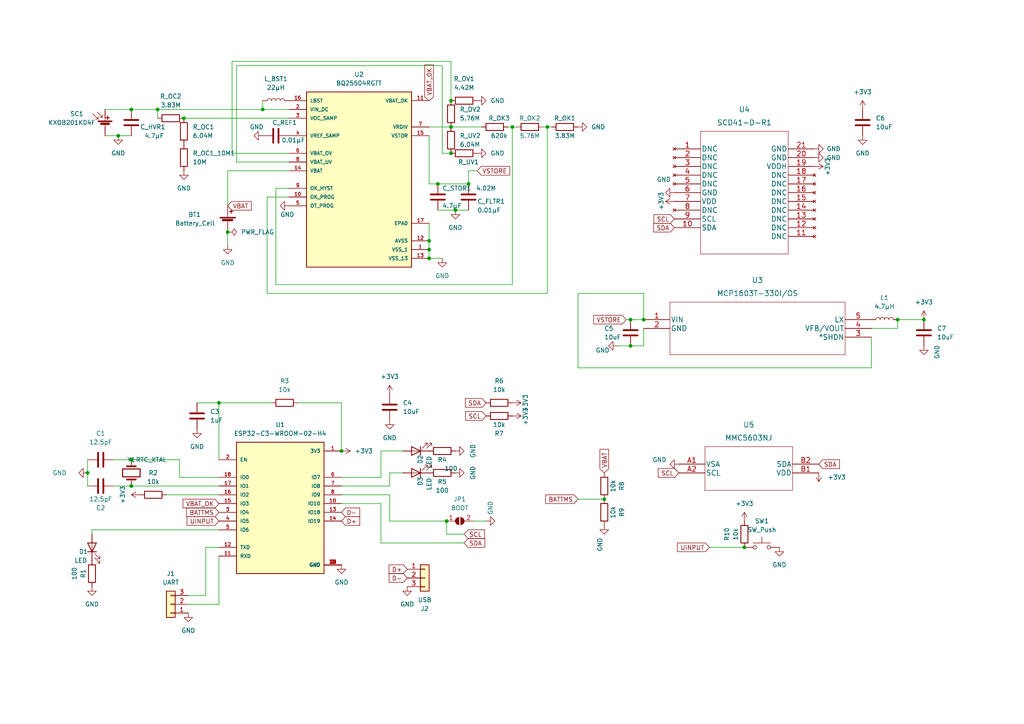
<source format=kicad_sch>
(kicad_sch (version 20211123) (generator eeschema)
  (paper "A4")
  (lib_symbols
    (symbol "Connector_Generic:Conn_01x03" (pin_names (offset 1.016) hide)
      (property "Reference" "J" (at 0 5.08 0))
      (property "Value" "Conn_01x03" (at 0 -5.08 0))
      (symbol "Conn_01x03_1_1"
        (rectangle (start -1.27 -2.413) (end 0 -2.667) (stroke (width 0.1524)))
        (rectangle (start -1.27 0.127) (end 0 -0.127) (stroke (width 0.1524)))
        (rectangle (start -1.27 2.667) (end 0 2.413) (stroke (width 0.1524)))
        (rectangle (start -1.27 3.81) (end 1.27 -3.81) (stroke (width 0.254)) (fill (type background)))
        (pin passive line (at -5.08 2.54 0) (length 3.81) (name "Pin_1") (number "1"))
        (pin passive line (at -5.08 0 0) (length 3.81) (name "Pin_2") (number "2"))
        (pin passive line (at -5.08 -2.54 0) (length 3.81) (name "Pin_3") (number "3"))
      )
    )
    (symbol "Device:Battery_Cell" (pin_numbers hide) (pin_names (offset 0) hide)
      (property "Reference" "BT" (at 2.54 2.54 0))
      (property "Value" "Battery_Cell" (at 2.54 0 0))
      (symbol "Battery_Cell_0_1"
        (rectangle (start -2.286 1.778) (end 2.286 1.524) (fill (type outline)))
        (rectangle (start -1.5748 1.1938) (end 1.4732 0.6858) (fill (type outline)))
        (polyline (pts (xy 0 0.762) (xy 0 0)))
        (polyline (pts (xy 0 1.778) (xy 0 2.54)))
        (polyline (pts (xy 0.508 3.429) (xy 1.524 3.429)) (stroke (width 0.254)))
        (polyline (pts (xy 1.016 3.937) (xy 1.016 2.921)) (stroke (width 0.254)))
      )
      (symbol "Battery_Cell_1_1"
        (pin passive line (at 0 5.08 270) (length 2.54) (name "+") (number "1"))
        (pin passive line (at 0 -2.54 90) (length 2.54) (name "-") (number "2"))
      )
    )
    (symbol "Device:C" (pin_numbers hide) (pin_names (offset 0.254))
      (property "Reference" "C" (at 0.635 2.54 0))
      (property "Value" "C" (at 0.635 -2.54 0))
      (symbol "C_0_1"
        (polyline (pts (xy -2.032 -0.762) (xy 2.032 -0.762)) (stroke (width 0.508)))
        (polyline (pts (xy -2.032 0.762) (xy 2.032 0.762)) (stroke (width 0.508)))
      )
      (symbol "C_1_1"
        (pin passive line (at 0 3.81 270) (length 2.794) (name "~") (number "1"))
        (pin passive line (at 0 -3.81 90) (length 2.794) (name "~") (number "2"))
      )
    )
    (symbol "Device:Crystal" (pin_numbers hide) (pin_names (offset 1.016) hide)
      (property "Reference" "Y1" (at 3.81 1.2701 90))
      (property "Value" "RTC_XTAL" (at 3.81 -1.2699 90))
      (symbol "Crystal_0_1"
        (rectangle (start -1.143 2.54) (end 1.143 -2.54) (stroke (width 0.3048)))
        (polyline (pts (xy -2.54 0) (xy -1.905 0)))
        (polyline (pts (xy -1.905 -1.27) (xy -1.905 1.27)) (stroke (width 0.508)))
        (polyline (pts (xy 1.905 -1.27) (xy 1.905 1.27)) (stroke (width 0.508)))
        (polyline (pts (xy 2.54 0) (xy 1.905 0)))
      )
      (symbol "Crystal_1_1"
        (pin passive line (at -3.81 0 0) (length 1.27) (name "1") (number "1"))
        (pin passive line (at 3.81 0 180) (length 1.27) (name "2") (number "4"))
      )
    )
    (symbol "Device:L" (pin_numbers hide) (pin_names (offset 1.016) hide)
      (property "Reference" "L" (at -1.27 0 90))
      (property "Value" "L" (at 1.905 0 90))
      (symbol "L_0_1"
        (arc (start 0 -2.54) (mid 0.635 -1.905) (end 0 -1.27))
        (arc (start 0 -1.27) (mid 0.635 -0.635) (end 0 0))
        (arc (start 0 0) (mid 0.635 0.635) (end 0 1.27))
        (arc (start 0 1.27) (mid 0.635 1.905) (end 0 2.54))
      )
      (symbol "L_1_1"
        (pin passive line (at 0 3.81 270) (length 1.27) (name "1") (number "1"))
        (pin passive line (at 0 -3.81 90) (length 1.27) (name "2") (number "2"))
      )
    )
    (symbol "Device:LED" (pin_numbers hide) (pin_names (offset 1.016) hide)
      (property "Reference" "D" (at 0 2.54 0))
      (property "Value" "LED" (at 0 -2.54 0))
      (symbol "LED_0_1"
        (polyline (pts (xy -1.27 -1.27) (xy -1.27 1.27)) (stroke (width 0.254)))
        (polyline (pts (xy -1.27 0) (xy 1.27 0)))
        (polyline (pts (xy 1.27 -1.27) (xy 1.27 1.27) (xy -1.27 0) (xy 1.27 -1.27)) (stroke (width 0.254)))
        (polyline (pts (xy -3.048 -0.762) (xy -4.572 -2.286) (xy -3.81 -2.286) (xy -4.572 -2.286) (xy -4.572 -1.524)))
        (polyline (pts (xy -1.778 -0.762) (xy -3.302 -2.286) (xy -2.54 -2.286) (xy -3.302 -2.286) (xy -3.302 -1.524)))
      )
      (symbol "LED_1_1"
        (pin passive line (at -3.81 0 0) (length 2.54) (name "K") (number "1"))
        (pin passive line (at 3.81 0 180) (length 2.54) (name "A") (number "2"))
      )
    )
    (symbol "Device:R" (pin_numbers hide) (pin_names (offset 0))
      (property "Reference" "R" (at 2.032 0 90))
      (property "Value" "R" (at 0 0 90))
      (symbol "R_0_1"
        (rectangle (start -1.016 -2.54) (end 1.016 2.54) (stroke (width 0.254)))
      )
      (symbol "R_1_1"
        (pin passive line (at 0 3.81 270) (length 1.27) (name "~") (number "1"))
        (pin passive line (at 0 -3.81 90) (length 1.27) (name "~") (number "2"))
      )
    )
    (symbol "Device:Solar_Cell" (pin_numbers hide) (pin_names (offset 0) hide)
      (property "Reference" "SC" (at 2.54 2.54 0))
      (property "Value" "Solar_Cell" (at 2.54 0 0))
      (symbol "Solar_Cell_0_1"
        (rectangle (start -2.032 1.778) (end 2.032 1.524) (fill (type outline)))
        (rectangle (start -1.3208 1.1938) (end 1.27 0.6858) (fill (type outline)))
        (polyline (pts (xy -2.032 2.286) (xy -3.556 3.81)))
        (polyline (pts (xy -0.762 2.794) (xy -2.286 4.318)))
        (polyline (pts (xy 0 0.762) (xy 0 0)))
        (polyline (pts (xy 0 1.778) (xy 0 2.54)))
        (polyline (pts (xy 0.254 2.667) (xy 1.27 2.667)) (stroke (width 0.254)))
        (polyline (pts (xy 0.762 3.175) (xy 0.762 2.159)) (stroke (width 0.254)))
        (polyline (pts (xy -2.032 3.048) (xy -2.032 2.286) (xy -2.794 2.286)))
        (polyline (pts (xy -0.762 3.556) (xy -0.762 2.794) (xy -1.524 2.794)))
      )
      (symbol "Solar_Cell_1_1"
        (pin passive line (at 0 5.08 270) (length 2.54) (name "+") (number "1"))
        (pin passive line (at 0 -2.54 90) (length 2.54) (name "-") (number "2"))
      )
    )
    (symbol "Jumper:SolderJumper_2_Open" (pin_names (offset 0) hide)
      (property "Reference" "JP" (at 0 2.032 0))
      (property "Value" "SolderJumper_2_Open" (at 0 -2.54 0))
      (symbol "SolderJumper_2_Open_0_1"
        (arc (start -0.254 1.016) (mid -1.27 0) (end -0.254 -1.016))
        (arc (start -0.254 1.016) (mid -1.27 0) (end -0.254 -1.016) (fill (type outline)))
        (polyline (pts (xy -0.254 1.016) (xy -0.254 -1.016)))
        (polyline (pts (xy 0.254 1.016) (xy 0.254 -1.016)))
        (arc (start 0.254 -1.016) (mid 1.27 0) (end 0.254 1.016))
        (arc (start 0.254 -1.016) (mid 1.27 0) (end 0.254 1.016) (fill (type outline)))
      )
      (symbol "SolderJumper_2_Open_1_1"
        (pin passive line (at -3.81 0 0) (length 2.54) (name "A") (number "1"))
        (pin passive line (at 3.81 0 180) (length 2.54) (name "B") (number "2"))
      )
    )
    (symbol "MYLIB:BQ25504RGTT" (pin_names (offset 1.016))
      (property "Reference" "U" (at -15.24 26.3906 0))
      (property "Value" "BQ25504RGTT" (at -15.24 -29.3878 0))
      (symbol "BQ25504RGTT_0_0"
        (rectangle (start -15.24 -25.4) (end 15.24 25.4) (stroke (width 0.254)) (fill (type background)))
        (pin power_in line (at 20.32 -20.32 180) (length 5.08) (name "VSS_1") (number "1"))
        (pin input line (at -20.32 -5.08 0) (length 5.08) (name "OK_PROG") (number "10"))
        (pin output line (at 20.32 22.86 180) (length 5.08) (name "VBAT_OK") (number "11"))
        (pin power_in line (at 20.32 -17.78 180) (length 5.08) (name "AVSS") (number "12"))
        (pin power_in line (at 20.32 -22.86 180) (length 5.08) (name "VSS_13") (number "13"))
        (pin bidirectional line (at -20.32 2.54 0) (length 5.08) (name "VBAT") (number "14"))
        (pin power_out line (at 20.32 12.7 180) (length 5.08) (name "VSTOR") (number "15"))
        (pin input line (at -20.32 22.86 0) (length 5.08) (name "LBST") (number "16"))
        (pin power_in line (at 20.32 -12.7 180) (length 5.08) (name "EPAD") (number "17"))
        (pin input line (at -20.32 20.32 0) (length 5.08) (name "VIN_DC") (number "2"))
        (pin input line (at -20.32 17.78 0) (length 5.08) (name "VOC_SAMP") (number "3"))
        (pin input line (at -20.32 12.7 0) (length 5.08) (name "VREF_SAMP") (number "4"))
        (pin input line (at -20.32 -7.62 0) (length 5.08) (name "OT_PROG") (number "5"))
        (pin input line (at -20.32 7.62 0) (length 5.08) (name "VBAT_OV") (number "6"))
        (pin output line (at 20.32 15.24 180) (length 5.08) (name "VRDIV") (number "7"))
        (pin input line (at -20.32 5.08 0) (length 5.08) (name "VBAT_UV") (number "8"))
        (pin input line (at -20.32 -2.54 0) (length 5.08) (name "OK_HYST") (number "9"))
      )
    )
    (symbol "MYLIB:ESP32-C3-WROOM-02-H4" (pin_names (offset 1.016))
      (property "Reference" "U" (at -12.7 21.082 0))
      (property "Value" "ESP32-C3-WROOM-02-H4" (at -12.7 -18.542 0))
      (symbol "ESP32-C3-WROOM-02-H4_0_0"
        (rectangle (start -12.7 -17.78) (end 12.7 20.32) (stroke (width 0.254)) (fill (type background)))
        (pin power_in line (at 17.78 17.78 180) (length 5.08) (name "3V3") (number "1"))
        (pin bidirectional line (at 17.78 2.54 180) (length 5.08) (name "IO10") (number "10"))
        (pin bidirectional line (at -17.78 -12.7 0) (length 5.08) (name "RXD") (number "11"))
        (pin bidirectional line (at -17.78 -10.16 0) (length 5.08) (name "TXD") (number "12"))
        (pin bidirectional line (at 17.78 0 180) (length 5.08) (name "IO18") (number "13"))
        (pin bidirectional line (at 17.78 -2.54 180) (length 5.08) (name "IO19") (number "14"))
        (pin bidirectional line (at -17.78 2.54 0) (length 5.08) (name "IO3") (number "15"))
        (pin bidirectional line (at -17.78 5.08 0) (length 5.08) (name "IO2") (number "16"))
        (pin bidirectional line (at -17.78 7.62 0) (length 5.08) (name "IO1") (number "17"))
        (pin bidirectional line (at -17.78 10.16 0) (length 5.08) (name "IO0") (number "18"))
        (pin power_in line (at 17.78 -15.24 180) (length 5.08) (name "GND") (number "19"))
        (pin input line (at -17.78 15.24 0) (length 5.08) (name "EN") (number "2"))
        (pin power_in line (at 17.78 -15.24 180) (length 5.08) (name "GND") (number "20"))
        (pin power_in line (at 17.78 -15.24 180) (length 5.08) (name "GND") (number "21"))
        (pin power_in line (at 17.78 -15.24 180) (length 5.08) (name "GND") (number "22"))
        (pin power_in line (at 17.78 -15.24 180) (length 5.08) (name "GND") (number "23"))
        (pin power_in line (at 17.78 -15.24 180) (length 5.08) (name "GND") (number "24"))
        (pin power_in line (at 17.78 -15.24 180) (length 5.08) (name "GND") (number "25"))
        (pin power_in line (at 17.78 -15.24 180) (length 5.08) (name "GND") (number "26"))
        (pin power_in line (at 17.78 -15.24 180) (length 5.08) (name "GND") (number "27"))
        (pin power_in line (at 17.78 -15.24 180) (length 5.08) (name "GND") (number "28"))
        (pin power_in line (at 17.78 -15.24 180) (length 5.08) (name "GND") (number "29"))
        (pin bidirectional line (at -17.78 0 0) (length 5.08) (name "IO4") (number "3"))
        (pin power_in line (at 17.78 -15.24 180) (length 5.08) (name "GND") (number "30"))
        (pin power_in line (at 17.78 -15.24 180) (length 5.08) (name "GND") (number "31"))
        (pin power_in line (at 17.78 -15.24 180) (length 5.08) (name "GND") (number "32"))
        (pin power_in line (at 17.78 -15.24 180) (length 5.08) (name "GND") (number "33"))
        (pin power_in line (at 17.78 -15.24 180) (length 5.08) (name "GND") (number "34"))
        (pin power_in line (at 17.78 -15.24 180) (length 5.08) (name "GND") (number "35"))
        (pin power_in line (at 17.78 -15.24 180) (length 5.08) (name "GND") (number "36"))
        (pin power_in line (at 17.78 -15.24 180) (length 5.08) (name "GND") (number "37"))
        (pin power_in line (at 17.78 -15.24 180) (length 5.08) (name "GND") (number "38"))
        (pin power_in line (at 17.78 -15.24 180) (length 5.08) (name "GND") (number "39"))
        (pin bidirectional line (at -17.78 -2.54 0) (length 5.08) (name "IO5") (number "4"))
        (pin bidirectional line (at -17.78 -5.08 0) (length 5.08) (name "IO6") (number "5"))
        (pin bidirectional line (at 17.78 10.16 180) (length 5.08) (name "IO7") (number "6"))
        (pin bidirectional line (at 17.78 7.62 180) (length 5.08) (name "IO8") (number "7"))
        (pin bidirectional line (at 17.78 5.08 180) (length 5.08) (name "IO9") (number "8"))
        (pin power_in line (at 17.78 -15.24 180) (length 5.08) (name "GND") (number "9"))
      )
    )
    (symbol "MYLIB:MCP1603T-330I{brace}slash}OS" (pin_names (offset 0.254))
      (property "Reference" "U" (at 33.02 10.16 0))
      (property "Value" "MCP1603T-330I{brace}slash}OS" (at 33.02 7.62 0))
      (symbol "MCP1603T-330I{brace}slash}OS_1_1"
        (polyline (pts (xy 7.62 -10.16) (xy 58.42 -10.16)) (stroke (width 0.127)))
        (polyline (pts (xy 7.62 5.08) (xy 7.62 -10.16)) (stroke (width 0.127)))
        (polyline (pts (xy 58.42 -10.16) (xy 58.42 5.08)) (stroke (width 0.127)))
        (polyline (pts (xy 58.42 5.08) (xy 7.62 5.08)) (stroke (width 0.127)))
        (pin power_in line (at 0 0 0) (length 7.62) (name "VIN") (number "1"))
        (pin power_in line (at 0 -2.54 0) (length 7.62) (name "GND") (number "2"))
        (pin input line (at 66.04 -5.08 180) (length 7.62) (name "*SHDN") (number "3"))
        (pin power_out line (at 66.04 -2.54 180) (length 7.62) (name "VFB/VOUT") (number "4"))
        (pin output line (at 66.04 0 180) (length 7.62) (name "LX") (number "5"))
      )
    )
    (symbol "MYLIB:MMC5603NJ" (pin_names (offset 0.254))
      (property "Reference" "U" (at 20.32 10.16 0))
      (property "Value" "MMC5603NJ" (at 20.32 7.62 0))
      (symbol "MMC5603NJ_1_1"
        (polyline (pts (xy 7.62 -7.62) (xy 33.02 -7.62)) (stroke (width 0.127)))
        (polyline (pts (xy 7.62 5.08) (xy 7.62 -7.62)) (stroke (width 0.127)))
        (polyline (pts (xy 33.02 -7.62) (xy 33.02 5.08)) (stroke (width 0.127)))
        (polyline (pts (xy 33.02 5.08) (xy 7.62 5.08)) (stroke (width 0.127)))
        (pin power_in line (at 0 0 0) (length 7.62) (name "VSA") (number "A1"))
        (pin input line (at 0 -2.54 0) (length 7.62) (name "SCL") (number "A2"))
        (pin power_in line (at 40.64 -2.54 180) (length 7.62) (name "VDD") (number "B1"))
        (pin bidirectional line (at 40.64 0 180) (length 7.62) (name "SDA") (number "B2"))
      )
    )
    (symbol "MYLIB:SCD41-D-R1" (pin_names (offset 0.254))
      (property "Reference" "U" (at 20.32 10.16 0))
      (property "Value" "SCD41-D-R1" (at 20.32 7.62 0))
      (symbol "SCD41-D-R1_1_1"
        (polyline (pts (xy 7.62 -30.48) (xy 33.02 -30.48)) (stroke (width 0.127)))
        (polyline (pts (xy 7.62 5.08) (xy 7.62 -30.48)) (stroke (width 0.127)))
        (polyline (pts (xy 33.02 -30.48) (xy 33.02 5.08)) (stroke (width 0.127)))
        (polyline (pts (xy 33.02 5.08) (xy 7.62 5.08)) (stroke (width 0.127)))
        (pin no_connect line (at 0 0 0) (length 7.62) (name "DNC") (number "1"))
        (pin bidirectional line (at 0 -22.86 0) (length 7.62) (name "SDA") (number "10"))
        (pin no_connect line (at 40.64 -25.4 180) (length 7.62) (name "DNC") (number "11"))
        (pin no_connect line (at 40.64 -22.86 180) (length 7.62) (name "DNC") (number "12"))
        (pin no_connect line (at 40.64 -20.32 180) (length 7.62) (name "DNC") (number "13"))
        (pin no_connect line (at 40.64 -17.78 180) (length 7.62) (name "DNC") (number "14"))
        (pin no_connect line (at 40.64 -15.24 180) (length 7.62) (name "DNC") (number "15"))
        (pin no_connect line (at 40.64 -12.7 180) (length 7.62) (name "DNC") (number "16"))
        (pin no_connect line (at 40.64 -10.16 180) (length 7.62) (name "DNC") (number "17"))
        (pin no_connect line (at 40.64 -7.62 180) (length 7.62) (name "DNC") (number "18"))
        (pin power_in line (at 40.64 -5.08 180) (length 7.62) (name "VDDH") (number "19"))
        (pin no_connect line (at 0 -2.54 0) (length 7.62) (name "DNC") (number "2"))
        (pin power_in line (at 40.64 -2.54 180) (length 7.62) (name "GND") (number "20"))
        (pin power_in line (at 40.64 0 180) (length 7.62) (name "GND") (number "21"))
        (pin no_connect line (at 0 -5.08 0) (length 7.62) (name "DNC") (number "3"))
        (pin no_connect line (at 0 -7.62 0) (length 7.62) (name "DNC") (number "4"))
        (pin no_connect line (at 0 -10.16 0) (length 7.62) (name "DNC") (number "5"))
        (pin power_in line (at 0 -12.7 0) (length 7.62) (name "GND") (number "6"))
        (pin power_in line (at 0 -15.24 0) (length 7.62) (name "VDD") (number "7"))
        (pin no_connect line (at 0 -17.78 0) (length 7.62) (name "DNC") (number "8"))
        (pin input line (at 0 -20.32 0) (length 7.62) (name "SCL") (number "9"))
      )
    )
    (symbol "Switch:SW_Push" (pin_numbers hide) (pin_names (offset 1.016) hide)
      (property "Reference" "SW" (at 1.27 2.54 0))
      (property "Value" "SW_Push" (at 0 -1.524 0))
      (symbol "SW_Push_0_1"
        (circle (center -2.032 0) (radius 0.508))
        (polyline (pts (xy 0 1.27) (xy 0 3.048)))
        (polyline (pts (xy 2.54 1.27) (xy -2.54 1.27)))
        (circle (center 2.032 0) (radius 0.508))
        (pin passive line (at -5.08 0 0) (length 2.54) (name "1") (number "1"))
        (pin passive line (at 5.08 0 180) (length 2.54) (name "2") (number "2"))
      )
    )
    (symbol "power:+3.3V" (power) (pin_names (offset 0))
      (property "Value" "+3.3V" (at 0 3.556 0))
      (symbol "+3.3V_0_1"
        (polyline (pts (xy -0.762 1.27) (xy 0 2.54)))
        (polyline (pts (xy 0 0) (xy 0 2.54)))
        (polyline (pts (xy 0 2.54) (xy 0.762 1.27)))
      )
      (symbol "+3.3V_1_1"
        (pin power_in line (at 0 0 90) (length 0) hide (name "+3V3") (number "1"))
      )
    )
    (symbol "power:GND" (power) (pin_names (offset 0))
      (property "Value" "GND" (at 0 -3.81 0))
      (symbol "GND_0_1"
        (polyline (pts (xy 0 0) (xy 0 -1.27) (xy 1.27 -1.27) (xy 0 -2.54) (xy -1.27 -1.27) (xy 0 -1.27)))
      )
      (symbol "GND_1_1"
        (pin power_in line (at 0 0 270) (length 0) hide (name "GND") (number "1"))
      )
    )
    (symbol "power:PWR_FLAG" (power) (pin_numbers hide) (pin_names (offset 0) hide)
      (property "Value" "PWR_FLAG" (at 0 3.81 0))
      (symbol "PWR_FLAG_0_0"
        (pin power_out line (at 0 0 90) (length 0) (name "pwr") (number "1"))
      )
      (symbol "PWR_FLAG_0_1"
        (polyline (pts (xy 0 0) (xy 0 1.27) (xy -1.016 1.905) (xy 0 2.54) (xy 1.016 1.905) (xy 0 1.27)))
      )
    )
  )
  (junction (at 260.35 92.71))
  (junction (at 45.72 31.75))
  (junction (at 130.81 29.21))
  (junction (at 76.2 31.75))
  (junction (at 186.69 92.71))
  (junction (at 127 53.34))
  (junction (at 66.04 67.31))
  (junction (at 63.5 116.84))
  (junction (at 130.81 44.45))
  (junction (at 182.88 92.71))
  (junction (at 38.1 31.75))
  (junction (at 135.89 53.34))
  (junction (at 215.9 158.75))
  (junction (at 267.97 92.71))
  (junction (at 182.88 100.33))
  (junction (at 25.4 137.16))
  (junction (at 34.29 39.37))
  (junction (at 38.1 133.35))
  (junction (at 158.75 36.83))
  (junction (at 175.26 144.78))
  (junction (at 132.08 60.96))
  (junction (at 148.59 36.83))
  (junction (at 53.34 34.29))
  (junction (at 130.81 36.83))
  (junction (at 124.46 72.39))
  (junction (at 129.54 151.13))
  (junction (at 38.1 140.97))
  (junction (at 99.06 130.81))
  (junction (at 124.46 69.85))
  (junction (at 124.46 74.93))
  (wire (pts (xy 68.58 19.05) (xy 128.27 19.05)))
  (wire (pts (xy 128.27 19.05) (xy 128.27 44.45)))
  (wire (pts (xy 59.69 172.72) (xy 54.61 172.72)))
  (wire (pts (xy 34.29 39.37) (xy 38.1 39.37)))
  (wire (pts (xy 113.03 140.97) (xy 113.03 137.16)))
  (wire (pts (xy 148.59 82.55) (xy 148.59 36.83)))
  (wire (pts (xy 59.69 158.75) (xy 59.69 172.72)))
  (wire (pts (xy 167.64 106.68) (xy 167.64 85.09)))
  (wire (pts (xy 129.54 154.94) (xy 134.62 154.94)))
  (wire (pts (xy 252.73 106.68) (xy 167.64 106.68)))
  (wire (pts (xy 83.82 46.99) (xy 68.58 46.99)))
  (wire (pts (xy 25.4 133.35) (xy 25.4 137.16)))
  (wire (pts (xy 77.47 85.09) (xy 158.75 85.09)))
  (wire (pts (xy 99.06 116.84) (xy 99.06 130.81)))
  (wire (pts (xy 124.46 69.85) (xy 124.46 72.39)))
  (wire (pts (xy 63.5 138.43) (xy 52.07 138.43)))
  (wire (pts (xy 63.5 140.97) (xy 38.1 140.97)))
  (wire (pts (xy 110.49 138.43) (xy 110.49 130.81)))
  (wire (pts (xy 83.82 44.45) (xy 67.31 44.45)))
  (wire (pts (xy 76.2 29.21) (xy 76.2 31.75)))
  (wire (pts (xy 26.67 153.67) (xy 63.5 153.67)))
  (wire (pts (xy 76.2 31.75) (xy 83.82 31.75)))
  (wire (pts (xy 113.03 151.13) (xy 129.54 151.13)))
  (wire (pts (xy 148.59 36.83) (xy 147.32 36.83)))
  (wire (pts (xy 130.81 17.78) (xy 130.81 29.21)))
  (wire (pts (xy 205.74 158.75) (xy 215.9 158.75)))
  (wire (pts (xy 186.69 100.33) (xy 182.88 100.33)))
  (wire (pts (xy 186.69 85.09) (xy 186.69 92.71)))
  (wire (pts (xy 78.74 116.84) (xy 63.5 116.84)))
  (wire (pts (xy 66.04 49.53) (xy 83.82 49.53)))
  (wire (pts (xy 67.31 44.45) (xy 67.31 17.78)))
  (wire (pts (xy 260.35 95.25) (xy 260.35 92.71)))
  (wire (pts (xy 113.03 143.51) (xy 113.03 151.13)))
  (wire (pts (xy 124.46 53.34) (xy 127 53.34)))
  (wire (pts (xy 139.7 36.83) (xy 130.81 36.83)))
  (wire (pts (xy 127 53.34) (xy 135.89 53.34)))
  (wire (pts (xy 158.75 85.09) (xy 158.75 36.83)))
  (wire (pts (xy 99.06 146.05) (xy 110.49 146.05)))
  (wire (pts (xy 124.46 74.93) (xy 128.27 74.93)))
  (wire (pts (xy 181.61 92.71) (xy 182.88 92.71)))
  (wire (pts (xy 124.46 39.37) (xy 124.46 53.34)))
  (wire (pts (xy 140.97 151.13) (xy 137.16 151.13)))
  (wire (pts (xy 66.04 71.12) (xy 66.04 67.31)))
  (wire (pts (xy 26.67 153.67) (xy 26.67 154.94)))
  (wire (pts (xy 45.72 31.75) (xy 76.2 31.75)))
  (wire (pts (xy 66.04 59.69) (xy 66.04 49.53)))
  (wire (pts (xy 63.5 116.84) (xy 63.5 133.35)))
  (wire (pts (xy 63.5 161.29) (xy 63.5 175.26)))
  (wire (pts (xy 127 60.96) (xy 132.08 60.96)))
  (wire (pts (xy 179.07 100.33) (xy 182.88 100.33)))
  (wire (pts (xy 182.88 92.71) (xy 186.69 92.71)))
  (wire (pts (xy 160.02 36.83) (xy 158.75 36.83)))
  (wire (pts (xy 77.47 57.15) (xy 77.47 85.09)))
  (wire (pts (xy 80.01 82.55) (xy 148.59 82.55)))
  (wire (pts (xy 158.75 36.83) (xy 157.48 36.83)))
  (wire (pts (xy 129.54 151.13) (xy 129.54 154.94)))
  (wire (pts (xy 83.82 57.15) (xy 77.47 57.15)))
  (wire (pts (xy 113.03 137.16) (xy 116.84 137.16)))
  (wire (pts (xy 33.02 140.97) (xy 38.1 140.97)))
  (wire (pts (xy 186.69 95.25) (xy 186.69 100.33)))
  (wire (pts (xy 63.5 158.75) (xy 59.69 158.75)))
  (wire (pts (xy 149.86 36.83) (xy 148.59 36.83)))
  (wire (pts (xy 53.34 34.29) (xy 83.82 34.29)))
  (wire (pts (xy 80.01 54.61) (xy 80.01 82.55)))
  (wire (pts (xy 110.49 146.05) (xy 110.49 157.48)))
  (wire (pts (xy 252.73 95.25) (xy 260.35 95.25)))
  (wire (pts (xy 68.58 46.99) (xy 68.58 19.05)))
  (wire (pts (xy 57.15 116.84) (xy 63.5 116.84)))
  (wire (pts (xy 110.49 157.48) (xy 134.62 157.48)))
  (wire (pts (xy 45.72 31.75) (xy 38.1 31.75)))
  (wire (pts (xy 132.08 60.96) (xy 135.89 60.96)))
  (wire (pts (xy 110.49 130.81) (xy 116.84 130.81)))
  (wire (pts (xy 38.1 133.35) (xy 52.07 133.35)))
  (wire (pts (xy 135.89 49.53) (xy 135.89 53.34)))
  (wire (pts (xy 45.72 31.75) (xy 45.72 34.29)))
  (wire (pts (xy 252.73 97.79) (xy 252.73 106.68)))
  (wire (pts (xy 25.4 137.16) (xy 25.4 140.97)))
  (wire (pts (xy 128.27 44.45) (xy 130.81 44.45)))
  (wire (pts (xy 48.26 143.51) (xy 63.5 143.51)))
  (wire (pts (xy 30.48 31.75) (xy 38.1 31.75)))
  (wire (pts (xy 124.46 72.39) (xy 124.46 74.93)))
  (wire (pts (xy 83.82 54.61) (xy 80.01 54.61)))
  (wire (pts (xy 167.64 85.09) (xy 186.69 85.09)))
  (wire (pts (xy 99.06 140.97) (xy 113.03 140.97)))
  (wire (pts (xy 99.06 138.43) (xy 110.49 138.43)))
  (wire (pts (xy 63.5 175.26) (xy 54.61 175.26)))
  (wire (pts (xy 124.46 36.83) (xy 130.81 36.83)))
  (wire (pts (xy 99.06 143.51) (xy 113.03 143.51)))
  (wire (pts (xy 124.46 64.77) (xy 124.46 69.85)))
  (wire (pts (xy 167.64 144.78) (xy 175.26 144.78)))
  (wire (pts (xy 67.31 17.78) (xy 130.81 17.78)))
  (wire (pts (xy 30.48 39.37) (xy 34.29 39.37)))
  (wire (pts (xy 86.36 116.84) (xy 99.06 116.84)))
  (wire (pts (xy 33.02 133.35) (xy 38.1 133.35)))
  (wire (pts (xy 260.35 92.71) (xy 267.97 92.71)))
  (wire (pts (xy 138.43 49.53) (xy 135.89 49.53)))
  (wire (pts (xy 52.07 133.35) (xy 52.07 138.43)))
  (global_label "SCL" (shape input) (at 195.58 63.5 180) (property "Intersheet References" "${INTERSHEET_REFS}" (effects hide)))
  (global_label "D+" (shape input) (at 99.06 151.13 0) (property "Intersheet References" "${INTERSHEET_REFS}" (effects hide)))
  (global_label "UINPUT" (shape input) (at 205.74 158.75 180) (property "Intersheet References" "${INTERSHEET_REFS}" (effects hide)))
  (global_label "VBAT_OK" (shape input) (at 124.46 29.21 90) (property "Intersheet References" "${INTERSHEET_REFS}" (effects hide)))
  (global_label "D+" (shape input) (at 118.11 165.1 180) (property "Intersheet References" "${INTERSHEET_REFS}" (effects hide)))
  (global_label "VBAT_OK" (shape input) (at 63.5 146.05 180) (property "Intersheet References" "${INTERSHEET_REFS}" (effects hide)))
  (global_label "D-" (shape input) (at 99.06 148.59 0) (property "Intersheet References" "${INTERSHEET_REFS}" (effects hide)))
  (global_label "SDA" (shape input) (at 140.97 116.84 180) (property "Intersheet References" "${INTERSHEET_REFS}" (effects hide)))
  (global_label "SDA" (shape input) (at 237.49 134.62 0) (property "Intersheet References" "${INTERSHEET_REFS}" (effects hide)))
  (global_label "SCL" (shape input) (at 196.85 137.16 180) (property "Intersheet References" "${INTERSHEET_REFS}" (effects hide)))
  (global_label "D-" (shape input) (at 118.11 167.64 180) (property "Intersheet References" "${INTERSHEET_REFS}" (effects hide)))
  (global_label "BATTMS" (shape input) (at 167.64 144.78 180) (property "Intersheet References" "${INTERSHEET_REFS}" (effects hide)))
  (global_label "UINPUT" (shape input) (at 63.5 151.13 180) (property "Intersheet References" "${INTERSHEET_REFS}" (effects hide)))
  (global_label "SCL" (shape input) (at 140.97 120.65 180) (property "Intersheet References" "${INTERSHEET_REFS}" (effects hide)))
  (global_label "SDA" (shape input) (at 195.58 66.04 180) (property "Intersheet References" "${INTERSHEET_REFS}" (effects hide)))
  (global_label "VSTORE" (shape input) (at 138.43 49.53 0) (property "Intersheet References" "${INTERSHEET_REFS}" (effects hide)))
  (global_label "SCL" (shape input) (at 134.62 154.94 0) (property "Intersheet References" "${INTERSHEET_REFS}" (effects hide)))
  (global_label "SDA" (shape input) (at 134.62 157.48 0) (property "Intersheet References" "${INTERSHEET_REFS}" (effects hide)))
  (global_label "VBAT" (shape input) (at 175.26 137.16 90) (property "Intersheet References" "${INTERSHEET_REFS}" (effects hide)))
  (global_label "VBAT" (shape input) (at 66.04 59.69 0) (property "Intersheet References" "${INTERSHEET_REFS}" (effects hide)))
  (global_label "VSTORE" (shape input) (at 181.61 92.71 180) (property "Intersheet References" "${INTERSHEET_REFS}" (effects hide)))
  (global_label "BATTMS" (shape input) (at 63.5 148.59 180) (property "Intersheet References" "${INTERSHEET_REFS}" (effects hide)))
  (symbol (lib_id "power:GND") (at 236.22 45.72 90) (unit 1)
    (property "Reference" "#PWR029" (effects hide))
    (property "Value" "GND" (at 243.84 45.72 90) (effects (justify left)))
  )
  (symbol (lib_id "Device:R") (at 144.78 116.84 90) (unit 1)
    (property "Reference" "R6" (at 144.78 110.49 90))
    (property "Value" "10k" (at 144.78 113.03 90))
    (property "Footprint" "Resistor_SMD:R_0603_1608Metric_Pad0.98x0.95mm_HandSolder" (effects hide))
  )
  (symbol (lib_id "Device:R") (at 44.45 143.51 90) (unit 1)
    (property "Reference" "R2" (at 44.45 137.16 90))
    (property "Value" "10k" (at 44.45 139.7 90))
    (property "Footprint" "Resistor_SMD:R_0603_1608Metric_Pad0.98x0.95mm_HandSolder" (effects hide))
  )
  (symbol (lib_id "Device:R") (at 130.81 33.02 0) (unit 1)
    (property "Reference" "R_OV2" (at 133.35 31.7499 0) (effects (justify left)))
    (property "Value" "5.76M" (at 133.35 34.2899 0) (effects (justify left)))
    (property "Footprint" "Resistor_SMD:R_0603_1608Metric_Pad0.98x0.95mm_HandSolder" (effects hide))
  )
  (symbol (lib_id "power:GND") (at 132.08 60.96 0) (unit 1)
    (property "Reference" "#PWR016" (effects hide))
    (property "Value" "GND" (at 132.08 66.04 0))
  )
  (symbol (lib_id "Device:C") (at 29.21 140.97 90) (unit 1)
    (property "Reference" "C2" (at 29.21 147.32 90))
    (property "Value" "12.5pF" (at 29.21 144.78 90))
    (property "Footprint" "Capacitor_SMD:C_0603_1608Metric_Pad1.08x0.95mm_HandSolder" (effects hide))
  )
  (symbol (lib_id "Device:R") (at 128.27 130.81 90) (unit 1)
    (property "Reference" "R4" (at 128.27 133.35 90))
    (property "Value" "100" (at 130.81 135.89 90))
    (property "Footprint" "Resistor_SMD:R_0603_1608Metric_Pad0.98x0.95mm_HandSolder" (effects hide))
  )
  (symbol (lib_id "power:+3.3V") (at 148.59 116.84 270) (unit 1)
    (property "Reference" "#PWR022" (effects hide))
    (property "Value" "+3.3V" (at 152.4 114.3 0) (effects (justify left)))
  )
  (symbol (lib_id "Device:R") (at 82.55 116.84 90) (unit 1)
    (property "Reference" "R3" (at 82.55 110.49 90))
    (property "Value" "10k" (at 82.55 113.03 90))
    (property "Footprint" "Resistor_SMD:R_0603_1608Metric_Pad0.98x0.95mm_HandSolder" (effects hide))
  )
  (symbol (lib_id "power:+3.3V") (at 236.22 48.26 270) (unit 1)
    (property "Reference" "#PWR030" (effects hide))
    (property "Value" "+3.3V" (at 240.03 45.72 0) (effects (justify left)))
  )
  (symbol (lib_id "power:GND") (at 138.43 29.21 90) (unit 1)
    (property "Reference" "#PWR019" (effects hide))
    (property "Value" "GND" (at 142.24 29.2099 90) (effects (justify right)))
  )
  (symbol (lib_id "power:GND") (at 140.97 151.13 90) (unit 1)
    (property "Reference" "#PWR021" (effects hide))
    (property "Value" "GND" (at 142.24 147.32 0))
  )
  (symbol (lib_id "Device:R") (at 128.27 137.16 90) (unit 1)
    (property "Reference" "R5" (at 128.27 139.7 90))
    (property "Value" "100" (at 128.27 142.24 90))
    (property "Footprint" "Resistor_SMD:R_0603_1608Metric_Pad0.98x0.95mm_HandSolder" (effects hide))
  )
  (symbol (lib_id "Device:R") (at 49.53 34.29 90) (unit 1)
    (property "Reference" "R_OC2" (at 49.53 27.94 90))
    (property "Value" "3.83M" (at 49.53 30.48 90))
    (property "Footprint" "Resistor_SMD:R_0603_1608Metric_Pad0.98x0.95mm_HandSolder" (effects hide))
  )
  (symbol (lib_id "power:GND") (at 83.82 59.69 270) (unit 1)
    (property "Reference" "#PWR010" (effects hide))
    (property "Value" "GND" (at 81.28 62.23 90) (effects (justify left)))
  )
  (symbol (lib_id "Device:R") (at 175.26 140.97 180) (unit 1)
    (property "Reference" "R8" (at 180.34 140.97 90))
    (property "Value" "10k" (at 177.8 140.97 90))
    (property "Footprint" "Resistor_SMD:R_0603_1608Metric_Pad0.98x0.95mm_HandSolder" (effects hide))
  )
  (symbol (lib_id "Device:C") (at 29.21 133.35 90) (unit 1)
    (property "Reference" "C1" (at 29.21 125.73 90))
    (property "Value" "12.5pF" (at 29.21 128.27 90))
    (property "Footprint" "Capacitor_SMD:C_0603_1608Metric_Pad1.08x0.95mm_HandSolder" (effects hide))
  )
  (symbol (lib_id "Device:R") (at 130.81 40.64 0) (unit 1)
    (property "Reference" "R_UV2" (at 133.35 39.3699 0) (effects (justify left)))
    (property "Value" "6.04M" (at 133.35 41.9099 0) (effects (justify left)))
    (property "Footprint" "Resistor_SMD:R_0603_1608Metric_Pad0.98x0.95mm_HandSolder" (effects hide))
  )
  (symbol (lib_id "power:GND") (at 196.85 134.62 270) (unit 1)
    (property "Reference" "#PWR036" (effects hide))
    (property "Value" "GND" (at 189.23 133.35 90) (effects (justify left)))
  )
  (symbol (lib_id "power:GND") (at 25.4 137.16 270) (unit 1)
    (property "Reference" "#PWR01" (effects hide))
    (property "Value" "GND" (at 15.24 137.16 90) (effects (justify left)))
  )
  (symbol (lib_id "Switch:SW_Push") (at 220.98 158.75 0) (unit 1)
    (property "Reference" "SW1" (at 220.98 151.13 0))
    (property "Value" "SW_Push" (at 220.98 153.67 0))
    (property "Footprint" "Connector_Wire:SolderWire-0.15sqmm_1x02_P4mm_D0.5mm_OD1.5mm" (effects hide))
  )
  (symbol (lib_id "power:GND") (at 167.64 36.83 90) (unit 1)
    (property "Reference" "#PWR024" (effects hide))
    (property "Value" "GND" (at 171.45 36.8299 90) (effects (justify right)))
  )
  (symbol (lib_id "Device:C") (at 80.01 39.37 90) (unit 1)
    (property "Reference" "C_REF1" (at 82.55 35.56 90))
    (property "Value" "0.01µF" (at 85.09 40.64 90))
    (property "Footprint" "Capacitor_SMD:C_0603_1608Metric_Pad1.08x0.95mm_HandSolder" (effects hide))
  )
  (symbol (lib_id "Device:C") (at 135.89 57.15 0) (unit 1)
    (property "Reference" "C_FLTR1" (at 138.43 58.42 0) (effects (justify left)))
    (property "Value" "0.01µF" (at 138.43 60.96 0) (effects (justify left)))
    (property "Footprint" "Capacitor_SMD:C_0603_1608Metric_Pad1.08x0.95mm_HandSolder" (effects hide))
  )
  (symbol (lib_id "Device:R") (at 26.67 166.37 0) (unit 1)
    (property "Reference" "R1" (at 24.13 166.37 90))
    (property "Value" "100" (at 21.59 166.37 90))
    (property "Footprint" "Resistor_SMD:R_0603_1608Metric_Pad0.98x0.95mm_HandSolder" (effects hide))
  )
  (symbol (lib_id "power:GND") (at 226.06 158.75 0) (unit 1)
    (property "Reference" "#PWR039" (effects hide))
    (property "Value" "GND" (at 226.06 163.83 0))
  )
  (symbol (lib_id "Device:LED") (at 120.65 137.16 180) (unit 1)
    (property "Reference" "D3" (at 121.92 140.97 90) (effects (justify right)))
    (property "Value" "LED" (at 124.46 142.24 90) (effects (justify right)))
    (property "Footprint" "LED_SMD:LED_0603_1608Metric_Pad1.05x0.95mm_HandSolder" (effects hide))
  )
  (symbol (lib_id "Device:LED") (at 120.65 130.81 180) (unit 1)
    (property "Reference" "D2" (at 121.92 134.62 90) (effects (justify right)))
    (property "Value" "LED" (at 124.46 135.89 90) (effects (justify right)))
    (property "Footprint" "LED_SMD:LED_0603_1608Metric_Pad1.05x0.95mm_HandSolder" (effects hide))
  )
  (symbol (lib_id "Device:R") (at 175.26 148.59 180) (unit 1)
    (property "Reference" "R9" (at 180.34 148.59 90))
    (property "Value" "10k" (at 177.8 148.59 90))
    (property "Footprint" "Resistor_SMD:R_0603_1608Metric_Pad0.98x0.95mm_HandSolder" (effects hide))
  )
  (symbol (lib_id "power:GND") (at 132.08 130.81 90) (unit 1)
    (property "Reference" "#PWR017" (effects hide))
    (property "Value" "GND" (at 137.16 130.81 0))
  )
  (symbol (lib_id "Device:Crystal") (at 38.1 137.16 90) (unit 1)
    (property "Reference" "Y1" (at 36.8299 133.35 90) (effects (justify right)))
    (property "Value" "RTC_XTAL" (at 39.3699 133.35 90) (effects (justify right)))
    (property "Footprint" "MYLIB:XTAL_ECS-.327-6-17X" (effects hide))
  )
  (symbol (lib_id "MYLIB:BQ25504RGTT") (at 104.14 52.07 0) (unit 1)
    (property "Reference" "U2" (at 104.14 21.59 0))
    (property "Value" "BQ25504RGTT" (at 104.14 24.13 0))
    (property "Footprint" "MYLIB:QFN50P300X300X100-17N" (effects hide))
    (property "Datasheet" "https://www.ti.com/general/docs/suppproductinfo.tsp?distId=10&gotoUrl=https%3A%2F%2Fwww.ti.com%2Flit%2Fgpn%2Fbq25504" (effects hide))
    (property "STANDARD" "IPC 7351B" (effects hide))
    (property "MAXIMUM_PACKAGE_HIEGHT" "1mm" (effects hide))
    (property "MANUFACTURER" "Texas Instruments" (effects hide))
    (property "PARTREV" "F" (effects hide))
  )
  (symbol (lib_id "power:GND") (at 66.04 71.12 0) (unit 1)
    (property "Reference" "#PWR08" (effects hide))
    (property "Value" "GND" (at 66.04 76.2 0))
  )
  (symbol (lib_id "Device:R") (at 134.62 44.45 90) (unit 1)
    (property "Reference" "R_UV1" (at 135.89 46.99 90))
    (property "Value" "4.02M" (at 140.97 54.61 90))
    (property "Footprint" "Resistor_SMD:R_0603_1608Metric_Pad0.98x0.95mm_HandSolder" (effects hide))
  )
  (symbol (lib_id "Device:R") (at 134.62 29.21 90) (unit 1)
    (property "Reference" "R_OV1" (at 134.62 22.86 90))
    (property "Value" "4.42M" (at 134.62 25.4 90))
    (property "Footprint" "Resistor_SMD:R_0603_1608Metric_Pad0.98x0.95mm_HandSolder" (effects hide))
  )
  (symbol (lib_id "power:GND") (at 113.03 121.92 0) (unit 1)
    (property "Reference" "#PWR014" (effects hide))
    (property "Value" "GND" (at 113.03 127 0))
  )
  (symbol (lib_id "Connector_Generic:Conn_01x03") (at 123.19 167.64 0) (unit 1)
    (property "Reference" "J2" (at 123.19 176.53 0))
    (property "Value" "USB" (at 123.19 173.99 0))
    (property "Footprint" "MYLIB:TestPoint_Pad_3x1_D1.5mm" (effects hide))
  )
  (symbol (lib_id "MYLIB:SCD41-D-R1") (at 195.58 43.18 0) (unit 1)
    (property "Reference" "U4" (at 215.9 31.75 0) (effects (font (size 1.524 1.524))))
    (property "Value" "SCD41-D-R1" (at 215.9 35.56 0) (effects (font (size 1.524 1.524))))
    (property "Footprint" "MYLIB:SCD41-D-R1" (effects hide))
    (property "Datasheet" "https://www.sensirion.com/fileadmin/user_upload/customers/sensirion/Dokumente/9.5_CO2/Sensirion_CO2_Sensors_SCD40_SCD41_Datasheet.pdf" (effects hide))
  )
  (symbol (lib_id "Device:C") (at 267.97 96.52 0) (unit 1)
    (property "Reference" "C7" (at 271.78 95.2499 0) (effects (justify left)))
    (property "Value" "10uF" (at 271.78 97.7899 0) (effects (justify left)))
    (property "Footprint" "Capacitor_SMD:C_0603_1608Metric_Pad1.08x0.95mm_HandSolder" (effects hide))
  )
  (symbol (lib_id "power:+3.3V") (at 113.03 114.3 0) (unit 1)
    (property "Reference" "#PWR013" (effects hide))
    (property "Value" "+3.3V" (at 113.03 109.22 0))
  )
  (symbol (lib_id "Device:LED") (at 26.67 158.75 90) (unit 1)
    (property "Reference" "D1" (at 22.86 160.02 90) (effects (justify right)))
    (property "Value" "LED" (at 21.59 162.56 90) (effects (justify right)))
    (property "Footprint" "LED_SMD:LED_0603_1608Metric_Pad1.05x0.95mm_HandSolder" (effects hide))
  )
  (symbol (lib_id "power:+3.3V") (at 148.59 120.65 270) (unit 1)
    (property "Reference" "#PWR023" (effects hide))
    (property "Value" "+3.3V" (at 152.4 118.11 0) (effects (justify left)))
  )
  (symbol (lib_id "Device:R") (at 53.34 45.72 0) (unit 1)
    (property "Reference" "R_OC1_10M1" (at 55.88 44.4499 0) (effects (justify left)))
    (property "Value" "10M" (at 55.88 46.9899 0) (effects (justify left)))
    (property "Footprint" "Resistor_SMD:R_0603_1608Metric_Pad0.98x0.95mm_HandSolder" (effects hide))
  )
  (symbol (lib_id "power:+3.3V") (at 267.97 92.71 0) (unit 1)
    (property "Reference" "#PWR033" (effects hide))
    (property "Value" "+3.3V" (at 267.97 87.63 0))
  )
  (symbol (lib_id "power:GND") (at 179.07 100.33 270) (unit 1)
    (property "Reference" "#PWR025" (effects hide))
    (property "Value" "GND" (at 172.72 101.6 90) (effects (justify left)))
  )
  (symbol (lib_id "power:GND") (at 118.11 170.18 0) (unit 1)
    (property "Reference" "#PWR0101" (effects hide))
    (property "Value" "GND" (at 118.11 175.26 0))
  )
  (symbol (lib_id "Device:C") (at 113.03 118.11 0) (unit 1)
    (property "Reference" "C4" (at 116.84 116.8399 0) (effects (justify left)))
    (property "Value" "10uF" (at 116.84 119.3799 0) (effects (justify left)))
    (property "Footprint" "Capacitor_SMD:C_0603_1608Metric_Pad1.08x0.95mm_HandSolder" (effects hide))
  )
  (symbol (lib_id "MYLIB:MMC5603NJ") (at 196.85 134.62 0) (unit 1)
    (property "Reference" "U5" (at 217.17 123.19 0) (effects (font (size 1.524 1.524))))
    (property "Value" "MMC5603NJ" (at 217.17 127 0) (effects (font (size 1.524 1.524))))
    (property "Footprint" "MYLIB:MMC5603NJ" (effects hide))
  )
  (symbol (lib_id "Connector_Generic:Conn_01x03") (at 49.53 175.26 180) (unit 1)
    (property "Reference" "J1" (at 49.53 166.37 0))
    (property "Value" "UART" (at 49.53 168.91 0))
    (property "Footprint" "MYLIB:TestPoint_Pad_3x1_D1.5mm" (effects hide))
  )
  (symbol (lib_id "Device:L") (at 80.01 29.21 90) (unit 1)
    (property "Reference" "L_BST1" (at 80.01 22.86 90))
    (property "Value" "22µH" (at 80.01 25.4 90))
    (property "Footprint" "MYLIB:744031220" (effects hide))
  )
  (symbol (lib_id "power:+3.3V") (at 40.64 143.51 90) (unit 1)
    (property "Reference" "#PWR04" (effects hide))
    (property "Value" "+3.3V" (at 35.56 143.51 0))
  )
  (symbol (lib_id "Device:Solar_Cell") (at 30.48 36.83 0) (unit 1)
    (property "Reference" "SC1" (at 20.32 33.02 0) (effects (justify left)))
    (property "Value" "KXOB201K04F" (at 13.97 35.56 0) (effects (justify left)))
    (property "Footprint" "Connector_Wire:SolderWire-0.75sqmm_1x02_P4.8mm_D1.25mm_OD2.3mm" (effects hide))
  )
  (symbol (lib_id "Device:R") (at 53.34 38.1 0) (unit 1)
    (property "Reference" "R_OC1" (at 55.88 36.8299 0) (effects (justify left)))
    (property "Value" "6.04M" (at 55.88 39.3699 0) (effects (justify left)))
    (property "Footprint" "Resistor_SMD:R_0603_1608Metric_Pad0.98x0.95mm_HandSolder" (effects hide))
  )
  (symbol (lib_id "Device:L") (at 256.54 92.71 90) (unit 1)
    (property "Reference" "L1" (at 256.54 86.36 90))
    (property "Value" "4.7µH" (at 256.54 88.9 90))
    (property "Footprint" "MYLIB:744031220" (effects hide))
  )
  (symbol (lib_id "power:+3.3V") (at 250.19 31.75 0) (unit 1)
    (property "Reference" "#PWR031" (effects hide))
    (property "Value" "+3.3V" (at 250.19 26.67 0))
  )
  (symbol (lib_id "power:+3.3V") (at 195.58 58.42 90) (unit 1)
    (property "Reference" "#PWR027" (effects hide))
    (property "Value" "+3.3V" (at 191.77 60.96 0) (effects (justify left)))
  )
  (symbol (lib_id "MYLIB:MCP1603T-330I{brace}slash}OS") (at 186.69 92.71 0) (unit 1)
    (property "Reference" "U3" (at 219.71 81.28 0) (effects (font (size 1.524 1.524))))
    (property "Value" "MCP1603T-330I/OS" (at 219.71 85.09 0) (effects (font (size 1.524 1.524))))
    (property "Footprint" "MYLIB:MCP1603T" (effects hide))
    (property "Datasheet" "https://ww1.microchip.com/downloads/en/DeviceDoc/22042B.pdf" (effects hide))
  )
  (symbol (lib_id "power:GND") (at 175.26 152.4 0) (unit 1)
    (property "Reference" "#PWR035" (effects hide))
    (property "Value" "GND" (at 173.99 160.02 90) (effects (justify left)))
  )
  (symbol (lib_id "power:GND") (at 76.2 39.37 270) (unit 1)
    (property "Reference" "#PWR09" (effects hide))
    (property "Value" "GND" (at 72.39 36.83 90) (effects (justify left)))
  )
  (symbol (lib_id "power:GND") (at 250.19 39.37 0) (unit 1)
    (property "Reference" "#PWR032" (effects hide))
    (property "Value" "GND" (at 250.19 44.45 0))
  )
  (symbol (lib_id "power:+3.3V") (at 99.06 130.81 270) (unit 1)
    (property "Reference" "#PWR011" (effects hide))
    (property "Value" "+3.3V" (at 102.87 130.8099 90) (effects (justify left)))
  )
  (symbol (lib_id "power:GND") (at 54.61 177.8 0) (unit 1)
    (property "Reference" "#PWR06" (effects hide))
    (property "Value" "GND" (at 54.61 182.88 0))
  )
  (symbol (lib_id "power:GND") (at 128.27 74.93 0) (unit 1)
    (property "Reference" "#PWR015" (effects hide))
    (property "Value" "GND" (at 128.27 80.01 0))
  )
  (symbol (lib_id "Device:Battery_Cell") (at 66.04 64.77 0) (unit 1)
    (property "Reference" "BT1" (at 54.61 62.23 0) (effects (justify left)))
    (property "Value" "Battery_Cell" (at 50.8 64.77 0) (effects (justify left)))
    (property "Footprint" "Connector_Wire:SolderWire-0.75sqmm_1x02_P4.8mm_D1.25mm_OD2.3mm" (effects hide))
  )
  (symbol (lib_id "power:GND") (at 138.43 44.45 90) (unit 1)
    (property "Reference" "#PWR020" (effects hide))
    (property "Value" "GND" (at 142.24 44.4499 90) (effects (justify right)))
  )
  (symbol (lib_id "power:GND") (at 34.29 39.37 0) (unit 1)
    (property "Reference" "#PWR03" (effects hide))
    (property "Value" "GND" (at 34.29 44.45 0))
  )
  (symbol (lib_id "power:GND") (at 236.22 43.18 90) (unit 1)
    (property "Reference" "#PWR028" (effects hide))
    (property "Value" "GND" (at 243.84 43.18 90) (effects (justify left)))
  )
  (symbol (lib_id "power:GND") (at 57.15 124.46 0) (unit 1)
    (property "Reference" "#PWR07" (effects hide))
    (property "Value" "GND" (at 57.15 129.54 0))
  )
  (symbol (lib_id "power:PWR_FLAG") (at 66.04 67.31 270) (unit 1)
    (property "Reference" "#FLG0101" (effects hide))
    (property "Value" "PWR_FLAG" (at 69.85 67.3099 90) (effects (justify left)))
  )
  (symbol (lib_id "power:GND") (at 53.34 49.53 0) (unit 1)
    (property "Reference" "#PWR05" (effects hide))
    (property "Value" "GND" (at 53.34 54.61 0))
  )
  (symbol (lib_id "Device:C") (at 127 57.15 0) (unit 1)
    (property "Reference" "C_STOR1" (at 128.27 54.61 0) (effects (justify left)))
    (property "Value" "4.7µF" (at 128.27 59.69 0) (effects (justify left)))
    (property "Footprint" "Capacitor_SMD:C_0603_1608Metric_Pad1.08x0.95mm_HandSolder" (effects hide))
  )
  (symbol (lib_id "power:+3.3V") (at 237.49 137.16 180) (unit 1)
    (property "Reference" "#PWR037" (effects hide))
    (property "Value" "+3.3V" (at 240.03 138.4299 0) (effects (justify right)))
  )
  (symbol (lib_id "Device:C") (at 57.15 120.65 0) (unit 1)
    (property "Reference" "C3" (at 60.96 119.3799 0) (effects (justify left)))
    (property "Value" "1uF" (at 60.96 121.9199 0) (effects (justify left)))
    (property "Footprint" "Capacitor_SMD:C_0603_1608Metric_Pad1.08x0.95mm_HandSolder" (effects hide))
  )
  (symbol (lib_id "Device:C") (at 250.19 35.56 0) (unit 1)
    (property "Reference" "C6" (at 254 34.2899 0) (effects (justify left)))
    (property "Value" "10uF" (at 254 36.8299 0) (effects (justify left)))
    (property "Footprint" "Capacitor_SMD:C_0603_1608Metric_Pad1.08x0.95mm_HandSolder" (effects hide))
  )
  (symbol (lib_id "Device:C") (at 182.88 96.52 0) (unit 1)
    (property "Reference" "C5" (at 175.26 95.25 0) (effects (justify left)))
    (property "Value" "10uF" (at 175.26 97.79 0) (effects (justify left)))
    (property "Footprint" "Capacitor_SMD:C_0603_1608Metric_Pad1.08x0.95mm_HandSolder" (effects hide))
  )
  (symbol (lib_id "Device:R") (at 215.9 154.94 0) (unit 1)
    (property "Reference" "R10" (at 210.82 154.94 90))
    (property "Value" "10k" (at 213.36 154.94 90))
    (property "Footprint" "Resistor_SMD:R_0603_1608Metric_Pad0.98x0.95mm_HandSolder" (effects hide))
  )
  (symbol (lib_id "Device:C") (at 38.1 35.56 0) (unit 1)
    (property "Reference" "C_HVR1" (at 40.64 36.83 0) (effects (justify left)))
    (property "Value" "4.7µF" (at 41.91 39.37 0) (effects (justify left)))
    (property "Footprint" "Capacitor_SMD:C_0603_1608Metric_Pad1.08x0.95mm_HandSolder" (effects hide))
  )
  (symbol (lib_id "MYLIB:ESP32-C3-WROOM-02-H4") (at 81.28 148.59 0) (unit 1)
    (property "Reference" "U1" (at 81.28 123.19 0))
    (property "Value" "ESP32-C3-WROOM-02-H4" (at 81.28 125.73 0))
    (property "Footprint" "MYLIB:MODULE_ESP32-C3-WROOM-02-H4" (effects hide))
    (property "Datasheet" "https://www.espressif.com/sites/default/files/documentation/esp32-c3-wroom-02_datasheet_en.pdf" (effects hide))
    (property "PARTREV" "V1.0" (effects hide))
    (property "STANDARD" "Manufacturer Recommendations" (effects hide))
    (property "MANUFACTURER" "Espressif" (effects hide))
    (property "MAXIMUM_PACKAGE_HEIGHT" "3.35 mm" (effects hide))
  )
  (symbol (lib_id "power:+3.3V") (at 215.9 151.13 0) (unit 1)
    (property "Reference" "#PWR038" (effects hide))
    (property "Value" "+3.3V" (at 215.9 146.05 0))
  )
  (symbol (lib_id "Jumper:SolderJumper_2_Open") (at 133.35 151.13 0) (unit 1)
    (property "Reference" "JP1" (at 133.35 144.78 0))
    (property "Value" "BOOT" (at 133.35 147.32 0))
    (property "Footprint" "Jumper:SolderJumper-2_P1.3mm_Open_TrianglePad1.0x1.5mm" (effects hide))
  )
  (symbol (lib_id "Device:R") (at 143.51 36.83 90) (unit 1)
    (property "Reference" "R_OK3" (at 144.78 34.29 90))
    (property "Value" "620k" (at 144.78 39.37 90))
    (property "Footprint" "Resistor_SMD:R_0603_1608Metric_Pad0.98x0.95mm_HandSolder" (effects hide))
  )
  (symbol (lib_id "Device:R") (at 163.83 36.83 90) (unit 1)
    (property "Reference" "R_OK1" (at 163.83 34.29 90))
    (property "Value" "3.83M" (at 163.83 39.37 90))
    (property "Footprint" "Resistor_SMD:R_0603_1608Metric_Pad0.98x0.95mm_HandSolder" (effects hide))
  )
  (symbol (lib_id "power:GND") (at 195.58 55.88 270) (unit 1)
    (property "Reference" "#PWR026" (effects hide))
    (property "Value" "GND" (at 190.5 52.07 90) (effects (justify left)))
  )
  (symbol (lib_id "power:GND") (at 26.67 170.18 0) (unit 1)
    (property "Reference" "#PWR02" (effects hide))
    (property "Value" "GND" (at 26.67 175.26 0))
  )
  (symbol (lib_id "power:GND") (at 267.97 100.33 0) (unit 1)
    (property "Reference" "#PWR034" (effects hide))
    (property "Value" "GND" (at 271.78 104.14 90) (effects (justify left)))
  )
  (symbol (lib_id "power:GND") (at 132.08 137.16 90) (unit 1)
    (property "Reference" "#PWR018" (effects hide))
    (property "Value" "GND" (at 137.16 137.16 0))
  )
  (symbol (lib_id "Device:R") (at 153.67 36.83 90) (unit 1)
    (property "Reference" "R_OK2" (at 153.67 34.29 90))
    (property "Value" "5.76M" (at 153.67 39.37 90))
    (property "Footprint" "Resistor_SMD:R_0603_1608Metric_Pad0.98x0.95mm_HandSolder" (effects hide))
  )
  (symbol (lib_id "power:GND") (at 99.06 163.83 0) (unit 1)
    (property "Reference" "#PWR012" (effects hide))
    (property "Value" "GND" (at 99.06 168.91 0))
  )
  (symbol (lib_id "Device:R") (at 144.78 120.65 90) (unit 1)
    (property "Reference" "R7" (at 144.78 125.73 90))
    (property "Value" "10k" (at 144.78 123.19 90))
    (property "Footprint" "Resistor_SMD:R_0603_1608Metric_Pad0.98x0.95mm_HandSolder" (effects hide))
  )
)
</source>
